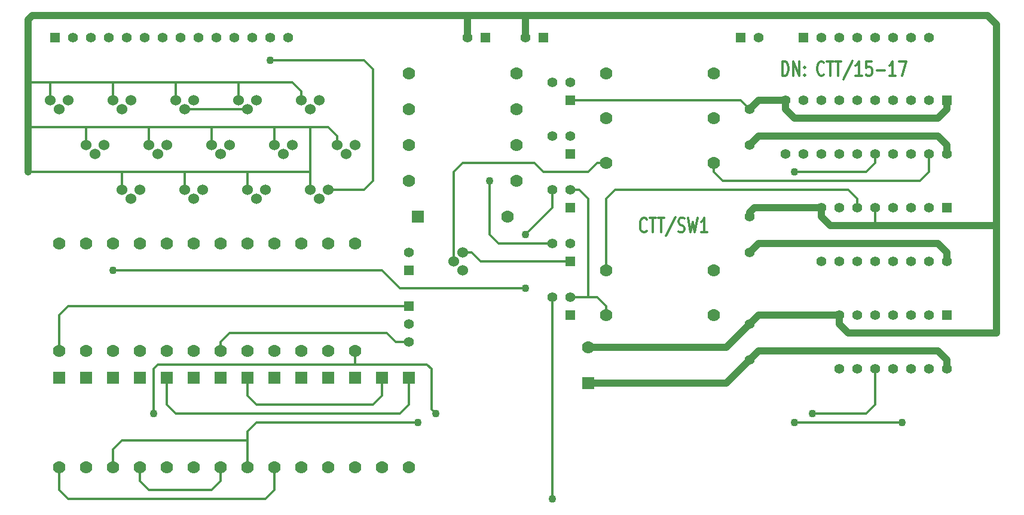
<source format=gbr>
G04 #@! TF.FileFunction,Copper,L1,Top,Signal*
%FSLAX46Y46*%
G04 Gerber Fmt 4.6, Leading zero omitted, Abs format (unit mm)*
G04 Created by KiCad (PCBNEW 4.0.5+dfsg1-4+deb9u1) date Sun Sep  4 20:08:20 2022*
%MOMM*%
%LPD*%
G01*
G04 APERTURE LIST*
%ADD10C,0.100000*%
%ADD11C,0.304800*%
%ADD12C,1.397000*%
%ADD13R,1.778000X1.778000*%
%ADD14C,1.778000*%
%ADD15R,1.397000X1.397000*%
%ADD16C,1.524000*%
%ADD17C,1.099820*%
%ADD18C,0.350520*%
%ADD19C,1.000760*%
G04 APERTURE END LIST*
D10*
D11*
X172085000Y-98515714D02*
X172012429Y-98612476D01*
X171794715Y-98709238D01*
X171649572Y-98709238D01*
X171431857Y-98612476D01*
X171286715Y-98418952D01*
X171214143Y-98225429D01*
X171141572Y-97838381D01*
X171141572Y-97548095D01*
X171214143Y-97161048D01*
X171286715Y-96967524D01*
X171431857Y-96774000D01*
X171649572Y-96677238D01*
X171794715Y-96677238D01*
X172012429Y-96774000D01*
X172085000Y-96870762D01*
X172520429Y-96677238D02*
X173391286Y-96677238D01*
X172955857Y-98709238D02*
X172955857Y-96677238D01*
X173681572Y-96677238D02*
X174552429Y-96677238D01*
X174117000Y-98709238D02*
X174117000Y-96677238D01*
X176149001Y-96580476D02*
X174842715Y-99193048D01*
X176584429Y-98612476D02*
X176802143Y-98709238D01*
X177165000Y-98709238D01*
X177310143Y-98612476D01*
X177382714Y-98515714D01*
X177455286Y-98322190D01*
X177455286Y-98128667D01*
X177382714Y-97935143D01*
X177310143Y-97838381D01*
X177165000Y-97741619D01*
X176874714Y-97644857D01*
X176729572Y-97548095D01*
X176657000Y-97451333D01*
X176584429Y-97257810D01*
X176584429Y-97064286D01*
X176657000Y-96870762D01*
X176729572Y-96774000D01*
X176874714Y-96677238D01*
X177237572Y-96677238D01*
X177455286Y-96774000D01*
X177963286Y-96677238D02*
X178326143Y-98709238D01*
X178616429Y-97257810D01*
X178906715Y-98709238D01*
X179269572Y-96677238D01*
X180648429Y-98709238D02*
X179777572Y-98709238D01*
X180213000Y-98709238D02*
X180213000Y-96677238D01*
X180067857Y-96967524D01*
X179922715Y-97161048D01*
X179777572Y-97257810D01*
X191316428Y-76484238D02*
X191316428Y-74452238D01*
X191679285Y-74452238D01*
X191897000Y-74549000D01*
X192042142Y-74742524D01*
X192114714Y-74936048D01*
X192187285Y-75323095D01*
X192187285Y-75613381D01*
X192114714Y-76000429D01*
X192042142Y-76193952D01*
X191897000Y-76387476D01*
X191679285Y-76484238D01*
X191316428Y-76484238D01*
X192840428Y-76484238D02*
X192840428Y-74452238D01*
X193711285Y-76484238D01*
X193711285Y-74452238D01*
X194436999Y-76290714D02*
X194509571Y-76387476D01*
X194436999Y-76484238D01*
X194364428Y-76387476D01*
X194436999Y-76290714D01*
X194436999Y-76484238D01*
X194436999Y-75226333D02*
X194509571Y-75323095D01*
X194436999Y-75419857D01*
X194364428Y-75323095D01*
X194436999Y-75226333D01*
X194436999Y-75419857D01*
X197194713Y-76290714D02*
X197122142Y-76387476D01*
X196904428Y-76484238D01*
X196759285Y-76484238D01*
X196541570Y-76387476D01*
X196396428Y-76193952D01*
X196323856Y-76000429D01*
X196251285Y-75613381D01*
X196251285Y-75323095D01*
X196323856Y-74936048D01*
X196396428Y-74742524D01*
X196541570Y-74549000D01*
X196759285Y-74452238D01*
X196904428Y-74452238D01*
X197122142Y-74549000D01*
X197194713Y-74645762D01*
X197630142Y-74452238D02*
X198500999Y-74452238D01*
X198065570Y-76484238D02*
X198065570Y-74452238D01*
X198791285Y-74452238D02*
X199662142Y-74452238D01*
X199226713Y-76484238D02*
X199226713Y-74452238D01*
X201258714Y-74355476D02*
X199952428Y-76968048D01*
X202564999Y-76484238D02*
X201694142Y-76484238D01*
X202129570Y-76484238D02*
X202129570Y-74452238D01*
X201984427Y-74742524D01*
X201839285Y-74936048D01*
X201694142Y-75032810D01*
X203943856Y-74452238D02*
X203218142Y-74452238D01*
X203145571Y-75419857D01*
X203218142Y-75323095D01*
X203363285Y-75226333D01*
X203726142Y-75226333D01*
X203871285Y-75323095D01*
X203943856Y-75419857D01*
X204016428Y-75613381D01*
X204016428Y-76097190D01*
X203943856Y-76290714D01*
X203871285Y-76387476D01*
X203726142Y-76484238D01*
X203363285Y-76484238D01*
X203218142Y-76387476D01*
X203145571Y-76290714D01*
X204669571Y-75710143D02*
X205830714Y-75710143D01*
X207354714Y-76484238D02*
X206483857Y-76484238D01*
X206919285Y-76484238D02*
X206919285Y-74452238D01*
X206774142Y-74742524D01*
X206629000Y-74936048D01*
X206483857Y-75032810D01*
X207862714Y-74452238D02*
X208878714Y-74452238D01*
X208225571Y-76484238D01*
D12*
X186690000Y-81280000D03*
X186690000Y-86360000D03*
X186690000Y-96520000D03*
X186690000Y-101600000D03*
X186690000Y-111760000D03*
X186690000Y-116840000D03*
D13*
X163830000Y-120142000D03*
D14*
X163830000Y-115062000D03*
X134620000Y-132080000D03*
D13*
X134620000Y-119380000D03*
D14*
X130810000Y-132080000D03*
D13*
X130810000Y-119380000D03*
D14*
X138430000Y-132080000D03*
D13*
X138430000Y-119380000D03*
D14*
X107950000Y-132080000D03*
D13*
X107950000Y-119380000D03*
D14*
X127000000Y-132080000D03*
D13*
X127000000Y-119380000D03*
D14*
X104140000Y-132080000D03*
D13*
X104140000Y-119380000D03*
D14*
X115570000Y-132080000D03*
D13*
X115570000Y-119380000D03*
D14*
X96520000Y-132080000D03*
D13*
X96520000Y-119380000D03*
D14*
X111760000Y-132080000D03*
D13*
X111760000Y-119380000D03*
D14*
X100330000Y-132080000D03*
D13*
X100330000Y-119380000D03*
D14*
X119380000Y-132080000D03*
D13*
X119380000Y-119380000D03*
D14*
X88900000Y-132080000D03*
D13*
X88900000Y-119380000D03*
D14*
X92710000Y-132080000D03*
D13*
X92710000Y-119380000D03*
D14*
X123190000Y-132080000D03*
D13*
X123190000Y-119380000D03*
D14*
X152400000Y-96520000D03*
D13*
X139700000Y-96520000D03*
D15*
X214630000Y-110490000D03*
D12*
X212090000Y-110490000D03*
X209550000Y-110490000D03*
X207010000Y-110490000D03*
X204470000Y-110490000D03*
X201930000Y-110490000D03*
X199390000Y-110490000D03*
X199390000Y-118110000D03*
X201930000Y-118110000D03*
X204470000Y-118110000D03*
X207010000Y-118110000D03*
X209550000Y-118110000D03*
X212090000Y-118110000D03*
X214630000Y-118110000D03*
D15*
X214630000Y-95250000D03*
D12*
X212090000Y-95250000D03*
X209550000Y-95250000D03*
X207010000Y-95250000D03*
X204470000Y-95250000D03*
X201930000Y-95250000D03*
X199390000Y-95250000D03*
X196850000Y-95250000D03*
X196850000Y-102870000D03*
X199390000Y-102870000D03*
X201930000Y-102870000D03*
X204470000Y-102870000D03*
X207010000Y-102870000D03*
X209550000Y-102870000D03*
X212090000Y-102870000D03*
X214630000Y-102870000D03*
D15*
X214630000Y-80010000D03*
D12*
X212090000Y-80010000D03*
X209550000Y-80010000D03*
X207010000Y-80010000D03*
X204470000Y-80010000D03*
X201930000Y-80010000D03*
X199390000Y-80010000D03*
X196850000Y-80010000D03*
X194310000Y-80010000D03*
X191770000Y-80010000D03*
X191770000Y-87630000D03*
X194310000Y-87630000D03*
X196850000Y-87630000D03*
X199390000Y-87630000D03*
X201930000Y-87630000D03*
X204470000Y-87630000D03*
X207010000Y-87630000D03*
X209550000Y-87630000D03*
X212090000Y-87630000D03*
X214630000Y-87630000D03*
D14*
X153670000Y-81280000D03*
X138430000Y-81280000D03*
X138430000Y-86360000D03*
X153670000Y-86360000D03*
X138430000Y-91440000D03*
X153670000Y-91440000D03*
X181610000Y-110490000D03*
X166370000Y-110490000D03*
X181610000Y-104140000D03*
X166370000Y-104140000D03*
X181610000Y-76200000D03*
X166370000Y-76200000D03*
X138430000Y-76200000D03*
X153670000Y-76200000D03*
X181610000Y-82550000D03*
X166370000Y-82550000D03*
D15*
X138430000Y-104140000D03*
D12*
X138430000Y-101600000D03*
D15*
X138430000Y-109220000D03*
D12*
X138430000Y-111760000D03*
X138430000Y-114300000D03*
D16*
X125730000Y-93980000D03*
X127000000Y-92710000D03*
X124460000Y-92710000D03*
X102870000Y-87630000D03*
X104140000Y-86360000D03*
X101600000Y-86360000D03*
X129540000Y-87630000D03*
X130810000Y-86360000D03*
X128270000Y-86360000D03*
X111760000Y-87630000D03*
X113030000Y-86360000D03*
X110490000Y-86360000D03*
X97790000Y-81280000D03*
X99060000Y-80010000D03*
X96520000Y-80010000D03*
X120650000Y-87630000D03*
X121920000Y-86360000D03*
X119380000Y-86360000D03*
X107950000Y-93980000D03*
X109220000Y-92710000D03*
X106680000Y-92710000D03*
X124460000Y-81280000D03*
X125730000Y-80010000D03*
X123190000Y-80010000D03*
X116840000Y-93980000D03*
X118110000Y-92710000D03*
X115570000Y-92710000D03*
X99060000Y-93980000D03*
X100330000Y-92710000D03*
X97790000Y-92710000D03*
X93980000Y-87630000D03*
X95250000Y-86360000D03*
X92710000Y-86360000D03*
X88900000Y-81280000D03*
X90170000Y-80010000D03*
X87630000Y-80010000D03*
X144780000Y-102870000D03*
X146050000Y-104140000D03*
X146050000Y-101600000D03*
X115570000Y-81280000D03*
X116840000Y-80010000D03*
X114300000Y-80010000D03*
X106680000Y-81280000D03*
X107950000Y-80010000D03*
X105410000Y-80010000D03*
D15*
X88265000Y-71120000D03*
D12*
X90805000Y-71120000D03*
X93345000Y-71120000D03*
X95885000Y-71120000D03*
X98425000Y-71120000D03*
X100965000Y-71120000D03*
X103505000Y-71120000D03*
X106045000Y-71120000D03*
X108585000Y-71120000D03*
X111125000Y-71120000D03*
X113665000Y-71120000D03*
X116205000Y-71120000D03*
X118745000Y-71120000D03*
X121285000Y-71120000D03*
D15*
X149225000Y-71120000D03*
D12*
X146685000Y-71120000D03*
D15*
X194310000Y-71120000D03*
D12*
X196850000Y-71120000D03*
X199390000Y-71120000D03*
X201930000Y-71120000D03*
X204470000Y-71120000D03*
X207010000Y-71120000D03*
X209550000Y-71120000D03*
X212090000Y-71120000D03*
D15*
X185420000Y-71120000D03*
D12*
X187960000Y-71120000D03*
D15*
X157480000Y-71120000D03*
D12*
X154940000Y-71120000D03*
D15*
X161290000Y-102870000D03*
D12*
X161290000Y-100330000D03*
X158750000Y-100330000D03*
D15*
X161290000Y-110490000D03*
D12*
X161290000Y-107950000D03*
X158750000Y-107950000D03*
D15*
X161290000Y-87630000D03*
D12*
X161290000Y-85090000D03*
X158750000Y-85090000D03*
D15*
X161290000Y-95250000D03*
D12*
X161290000Y-92710000D03*
X158750000Y-92710000D03*
D15*
X161290000Y-80010000D03*
D12*
X161290000Y-77470000D03*
X158750000Y-77470000D03*
D14*
X111760000Y-100330000D03*
X111760000Y-115570000D03*
X88900000Y-115570000D03*
X88900000Y-100330000D03*
X181610000Y-88900000D03*
X166370000Y-88900000D03*
X96520000Y-115570000D03*
X96520000Y-100330000D03*
X92710000Y-115570000D03*
X92710000Y-100330000D03*
X107950000Y-115570000D03*
X107950000Y-100330000D03*
X130810000Y-115570000D03*
X130810000Y-100330000D03*
X100330000Y-100330000D03*
X100330000Y-115570000D03*
X123190000Y-115570000D03*
X123190000Y-100330000D03*
X119380000Y-115570000D03*
X119380000Y-100330000D03*
X104140000Y-115570000D03*
X104140000Y-100330000D03*
X127000000Y-115570000D03*
X127000000Y-100330000D03*
X115570000Y-115570000D03*
X115570000Y-100330000D03*
D17*
X118745000Y-74295000D03*
X193040000Y-90170000D03*
X208280000Y-125730000D03*
X193040000Y-125730000D03*
X139700000Y-125730000D03*
X195580000Y-124460000D03*
X142240000Y-124460000D03*
X102235000Y-124460000D03*
X158750000Y-107950000D03*
X158750000Y-136525000D03*
X149860000Y-91440000D03*
X154940000Y-99060000D03*
X154940000Y-106680000D03*
X96520000Y-104140000D03*
D18*
X118745000Y-74295000D02*
X132080000Y-74295000D01*
X132080000Y-74295000D02*
X133350000Y-75565000D01*
X133350000Y-75565000D02*
X133350000Y-91440000D01*
X133350000Y-91440000D02*
X132080000Y-92710000D01*
X132080000Y-92710000D02*
X127000000Y-92710000D01*
X204470000Y-88900000D02*
X203200000Y-90170000D01*
X203200000Y-90170000D02*
X193040000Y-90170000D01*
X204470000Y-87630000D02*
X204470000Y-88900000D01*
X123190000Y-90170000D02*
X124460000Y-90170000D01*
X124460000Y-90170000D02*
X124460000Y-83820000D01*
X124460000Y-91440000D02*
X124460000Y-90170000D01*
X204470000Y-97790000D02*
X204470000Y-95250000D01*
X123190000Y-90170000D02*
X115570000Y-90170000D01*
X124460000Y-92710000D02*
X124460000Y-91440000D01*
X128270000Y-85090000D02*
X128270000Y-86360000D01*
X127000000Y-83820000D02*
X128270000Y-85090000D01*
X124460000Y-83820000D02*
X127000000Y-83820000D01*
X119380000Y-83820000D02*
X124460000Y-83820000D01*
D19*
X183388000Y-115062000D02*
X186690000Y-111760000D01*
X163830000Y-115062000D02*
X183388000Y-115062000D01*
X187960000Y-110490000D02*
X186690000Y-111760000D01*
X221615000Y-97790000D02*
X219710000Y-97790000D01*
D18*
X147320000Y-101600000D02*
X148590000Y-102870000D01*
X148590000Y-102870000D02*
X161290000Y-102870000D01*
X146050000Y-101600000D02*
X147320000Y-101600000D01*
D19*
X200660000Y-113030000D02*
X221615000Y-113030000D01*
X199390000Y-111760000D02*
X200660000Y-113030000D01*
X221615000Y-113030000D02*
X221615000Y-111760000D01*
X199390000Y-110490000D02*
X199390000Y-111760000D01*
X199390000Y-110490000D02*
X187960000Y-110490000D01*
X219710000Y-97790000D02*
X220980000Y-97790000D01*
X204470000Y-97790000D02*
X219710000Y-97790000D01*
X198120000Y-97790000D02*
X204470000Y-97790000D01*
X196850000Y-96520000D02*
X198120000Y-97790000D01*
X196850000Y-95250000D02*
X196850000Y-96520000D01*
X186690000Y-95885000D02*
X187325000Y-95250000D01*
X187325000Y-95250000D02*
X196850000Y-95250000D01*
X186690000Y-96520000D02*
X186690000Y-95885000D01*
D18*
X185420000Y-80010000D02*
X186690000Y-81280000D01*
X161290000Y-80010000D02*
X185420000Y-80010000D01*
D19*
X187960000Y-80010000D02*
X191770000Y-80010000D01*
X186690000Y-81280000D02*
X187960000Y-80010000D01*
X191770000Y-81280000D02*
X191770000Y-80010000D01*
X193040000Y-82550000D02*
X191770000Y-81280000D01*
X213360000Y-82550000D02*
X193040000Y-82550000D01*
X214630000Y-81280000D02*
X213360000Y-82550000D01*
X214630000Y-80010000D02*
X214630000Y-81280000D01*
X154940000Y-67945000D02*
X154940000Y-71120000D01*
D18*
X87630000Y-77470000D02*
X96520000Y-77470000D01*
X105410000Y-80010000D02*
X105410000Y-77470000D01*
X96520000Y-80010000D02*
X96520000Y-77470000D01*
X87630000Y-80010000D02*
X87630000Y-77470000D01*
X119380000Y-84455000D02*
X119380000Y-83820000D01*
X119380000Y-86360000D02*
X119380000Y-84455000D01*
X85090000Y-77470000D02*
X84455000Y-77470000D01*
X87630000Y-77470000D02*
X85090000Y-77470000D01*
X114300000Y-80010000D02*
X114300000Y-77470000D01*
X110490000Y-86360000D02*
X110490000Y-83820000D01*
X92710000Y-86360000D02*
X92710000Y-83820000D01*
X85725000Y-90170000D02*
X85090000Y-90170000D01*
X97790000Y-90170000D02*
X85725000Y-90170000D01*
X106680000Y-90170000D02*
X97790000Y-90170000D01*
X115570000Y-90170000D02*
X106680000Y-90170000D01*
X110490000Y-83820000D02*
X119380000Y-83820000D01*
X101600000Y-83820000D02*
X110490000Y-83820000D01*
X92710000Y-83820000D02*
X101600000Y-83820000D01*
X85090000Y-83820000D02*
X84455000Y-83820000D01*
X92710000Y-83820000D02*
X85090000Y-83820000D01*
X97790000Y-92710000D02*
X97790000Y-90170000D01*
X106680000Y-92710000D02*
X106680000Y-90170000D01*
X115570000Y-92710000D02*
X115570000Y-90170000D01*
X121920000Y-77470000D02*
X123190000Y-78740000D01*
X123190000Y-78740000D02*
X123190000Y-80010000D01*
X114300000Y-77470000D02*
X121920000Y-77470000D01*
X105410000Y-77470000D02*
X114300000Y-77470000D01*
X96520000Y-77470000D02*
X105410000Y-77470000D01*
X101600000Y-86360000D02*
X101600000Y-83820000D01*
X214630000Y-81280000D02*
X213360000Y-82550000D01*
X213360000Y-82550000D02*
X193040000Y-82550000D01*
X193040000Y-82550000D02*
X191770000Y-81280000D01*
X191770000Y-81280000D02*
X191770000Y-80010000D01*
D19*
X152400000Y-67945000D02*
X154940000Y-67945000D01*
X149225000Y-67945000D02*
X152400000Y-67945000D01*
X146685000Y-67945000D02*
X149225000Y-67945000D01*
X111125000Y-67945000D02*
X146685000Y-67945000D01*
X84455000Y-68580000D02*
X85090000Y-67945000D01*
X85090000Y-67945000D02*
X93345000Y-67945000D01*
X93345000Y-67945000D02*
X111125000Y-67945000D01*
X221615000Y-111760000D02*
X221615000Y-112395000D01*
X158115000Y-67945000D02*
X220345000Y-67945000D01*
X154940000Y-67945000D02*
X158115000Y-67945000D01*
X220345000Y-67945000D02*
X221615000Y-69215000D01*
X221615000Y-99060000D02*
X221615000Y-111760000D01*
X221615000Y-97790000D02*
X221615000Y-99060000D01*
X221615000Y-69215000D02*
X221615000Y-97790000D01*
X84455000Y-77470000D02*
X84455000Y-68580000D01*
X84455000Y-83820000D02*
X84455000Y-77470000D01*
X84455000Y-90170000D02*
X84455000Y-83820000D01*
X146685000Y-71120000D02*
X146685000Y-67945000D01*
X183388000Y-120142000D02*
X186690000Y-116840000D01*
X163830000Y-120142000D02*
X183388000Y-120142000D01*
X214630000Y-86360000D02*
X213360000Y-85090000D01*
X213360000Y-85090000D02*
X187960000Y-85090000D01*
X187960000Y-85090000D02*
X186690000Y-86360000D01*
X214630000Y-87630000D02*
X214630000Y-86360000D01*
X214630000Y-101600000D02*
X213360000Y-100330000D01*
X213360000Y-100330000D02*
X187960000Y-100330000D01*
X187960000Y-100330000D02*
X186690000Y-101600000D01*
X214630000Y-102870000D02*
X214630000Y-101600000D01*
X213360000Y-115570000D02*
X187960000Y-115570000D01*
X214630000Y-116840000D02*
X213360000Y-115570000D01*
X214630000Y-118110000D02*
X214630000Y-116840000D01*
X187960000Y-115570000D02*
X186690000Y-116840000D01*
D18*
X134620000Y-121920000D02*
X133350000Y-123190000D01*
X134620000Y-119380000D02*
X134620000Y-121920000D01*
X133350000Y-123190000D02*
X116840000Y-123190000D01*
X115570000Y-121920000D02*
X115570000Y-119380000D01*
X116840000Y-123190000D02*
X115570000Y-121920000D01*
X137160000Y-124460000D02*
X105410000Y-124460000D01*
X104140000Y-123190000D02*
X104140000Y-119380000D01*
X105410000Y-124460000D02*
X104140000Y-123190000D01*
X138430000Y-119380000D02*
X138430000Y-121920000D01*
X138430000Y-121920000D02*
X138430000Y-123190000D01*
X138430000Y-123190000D02*
X137160000Y-124460000D01*
X115570000Y-128270000D02*
X113030000Y-128270000D01*
X208280000Y-125730000D02*
X193040000Y-125730000D01*
X139700000Y-125730000D02*
X116840000Y-125730000D01*
X116840000Y-125730000D02*
X115570000Y-127000000D01*
X115570000Y-128270000D02*
X115570000Y-132080000D01*
X115570000Y-127000000D02*
X115570000Y-128270000D01*
X96520000Y-132080000D02*
X96520000Y-129540000D01*
X97790000Y-128270000D02*
X113030000Y-128270000D01*
X96520000Y-129540000D02*
X97790000Y-128270000D01*
X197485000Y-124460000D02*
X195580000Y-124460000D01*
X130810000Y-116840000D02*
X130810000Y-117475000D01*
X204470000Y-123190000D02*
X204470000Y-118110000D01*
X203200000Y-124460000D02*
X204470000Y-123190000D01*
X202565000Y-124460000D02*
X203200000Y-124460000D01*
X197485000Y-124460000D02*
X202565000Y-124460000D01*
X140970000Y-117475000D02*
X141605000Y-118110000D01*
X141605000Y-118110000D02*
X141605000Y-123825000D01*
X141605000Y-123825000D02*
X142240000Y-124460000D01*
X130810000Y-117475000D02*
X140970000Y-117475000D01*
X130175000Y-117475000D02*
X130810000Y-117475000D01*
X130175000Y-117475000D02*
X102870000Y-117475000D01*
X102870000Y-117475000D02*
X102235000Y-118110000D01*
X102235000Y-118110000D02*
X102235000Y-124460000D01*
X130810000Y-115570000D02*
X130810000Y-116840000D01*
X111760000Y-132080000D02*
X111760000Y-133985000D01*
X111760000Y-133985000D02*
X110490000Y-135255000D01*
X110490000Y-135255000D02*
X101600000Y-135255000D01*
X101600000Y-135255000D02*
X100330000Y-133985000D01*
X100330000Y-133985000D02*
X100330000Y-132080000D01*
X88900000Y-132080000D02*
X88900000Y-135255000D01*
X88900000Y-135255000D02*
X90170000Y-136525000D01*
X119380000Y-135255000D02*
X119380000Y-132080000D01*
X118110000Y-136525000D02*
X119380000Y-135255000D01*
X90170000Y-136525000D02*
X118110000Y-136525000D01*
X158750000Y-136525000D02*
X158750000Y-107950000D01*
X149860000Y-91440000D02*
X149860000Y-99060000D01*
X149860000Y-99060000D02*
X151130000Y-100330000D01*
X151130000Y-100330000D02*
X158750000Y-100330000D01*
X166370000Y-93980000D02*
X167640000Y-92710000D01*
X167640000Y-92710000D02*
X200660000Y-92710000D01*
X200660000Y-92710000D02*
X201930000Y-93980000D01*
X201930000Y-93980000D02*
X201930000Y-95250000D01*
X166370000Y-104140000D02*
X166370000Y-93980000D01*
X181610000Y-88900000D02*
X181610000Y-90170000D01*
X181610000Y-90170000D02*
X182880000Y-91440000D01*
X182880000Y-91440000D02*
X210820000Y-91440000D01*
X210820000Y-91440000D02*
X212090000Y-90170000D01*
X212090000Y-90170000D02*
X212090000Y-87630000D01*
X137160000Y-106680000D02*
X154940000Y-106680000D01*
X134620000Y-104140000D02*
X137160000Y-106680000D01*
X158750000Y-95250000D02*
X154940000Y-99060000D01*
X134620000Y-104140000D02*
X96520000Y-104140000D01*
X158750000Y-92710000D02*
X158750000Y-95250000D01*
X165100000Y-107950000D02*
X166370000Y-109220000D01*
X166370000Y-109220000D02*
X166370000Y-110490000D01*
X163830000Y-107950000D02*
X165100000Y-107950000D01*
X163830000Y-104140000D02*
X163830000Y-93980000D01*
X163830000Y-107950000D02*
X163830000Y-104140000D01*
X163830000Y-93980000D02*
X162560000Y-92710000D01*
X162560000Y-92710000D02*
X161290000Y-92710000D01*
X161290000Y-107950000D02*
X163830000Y-107950000D01*
X90170000Y-109220000D02*
X88900000Y-110490000D01*
X88900000Y-110490000D02*
X88900000Y-115570000D01*
X138430000Y-109220000D02*
X90170000Y-109220000D01*
X136525000Y-114300000D02*
X135255000Y-113030000D01*
X135255000Y-113030000D02*
X113030000Y-113030000D01*
X113030000Y-113030000D02*
X111760000Y-114300000D01*
X111760000Y-114300000D02*
X111760000Y-115570000D01*
X138430000Y-114300000D02*
X136525000Y-114300000D01*
X165100000Y-88900000D02*
X163830000Y-90170000D01*
X163830000Y-90170000D02*
X157480000Y-90170000D01*
X157480000Y-90170000D02*
X156210000Y-88900000D01*
X156210000Y-88900000D02*
X146050000Y-88900000D01*
X146050000Y-88900000D02*
X144780000Y-90170000D01*
X144780000Y-90170000D02*
X144780000Y-102870000D01*
X166370000Y-88900000D02*
X165100000Y-88900000D01*
X106680000Y-81280000D02*
X115570000Y-81280000D01*
M02*

</source>
